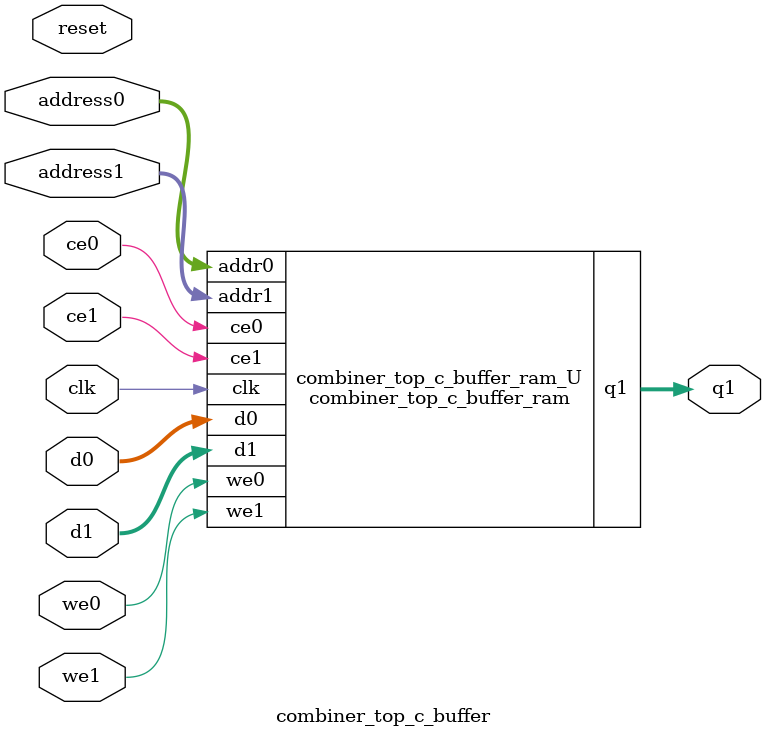
<source format=v>

`timescale 1 ns / 1 ps
module combiner_top_c_buffer_ram (addr0, ce0, d0, we0, addr1, ce1, d1, we1, q1,  clk);

parameter DWIDTH = 32;
parameter AWIDTH = 10;
parameter MEM_SIZE = 768;

input[AWIDTH-1:0] addr0;
input ce0;
input[DWIDTH-1:0] d0;
input we0;
input[AWIDTH-1:0] addr1;
input ce1;
input[DWIDTH-1:0] d1;
input we1;
output reg[DWIDTH-1:0] q1;
input clk;

(* ram_style = "block" *)reg [DWIDTH-1:0] ram[MEM_SIZE-1:0];




always @(posedge clk)  
begin 
    if (ce0) 
    begin
        if (we0) 
        begin 
            ram[addr0] <= d0; 
        end 
    end
end


always @(posedge clk)  
begin 
    if (ce1) 
    begin
        if (we1) 
        begin 
            ram[addr1] <= d1; 
            q1 <= d1;
        end 
        else 
            q1 <= ram[addr1];
    end
end


endmodule


`timescale 1 ns / 1 ps
module combiner_top_c_buffer(
    reset,
    clk,
    address0,
    ce0,
    we0,
    d0,
    address1,
    ce1,
    we1,
    d1,
    q1);

parameter DataWidth = 32'd32;
parameter AddressRange = 32'd768;
parameter AddressWidth = 32'd10;
input reset;
input clk;
input[AddressWidth - 1:0] address0;
input ce0;
input we0;
input[DataWidth - 1:0] d0;
input[AddressWidth - 1:0] address1;
input ce1;
input we1;
input[DataWidth - 1:0] d1;
output[DataWidth - 1:0] q1;




combiner_top_c_buffer_ram combiner_top_c_buffer_ram_U(
    .clk( clk ),
    .addr0( address0 ),
    .ce0( ce0 ),
    .d0( d0 ),
    .we0( we0 ),
    .addr1( address1 ),
    .ce1( ce1 ),
    .d1( d1 ),
    .we1( we1 ),
    .q1( q1 ));

endmodule


</source>
